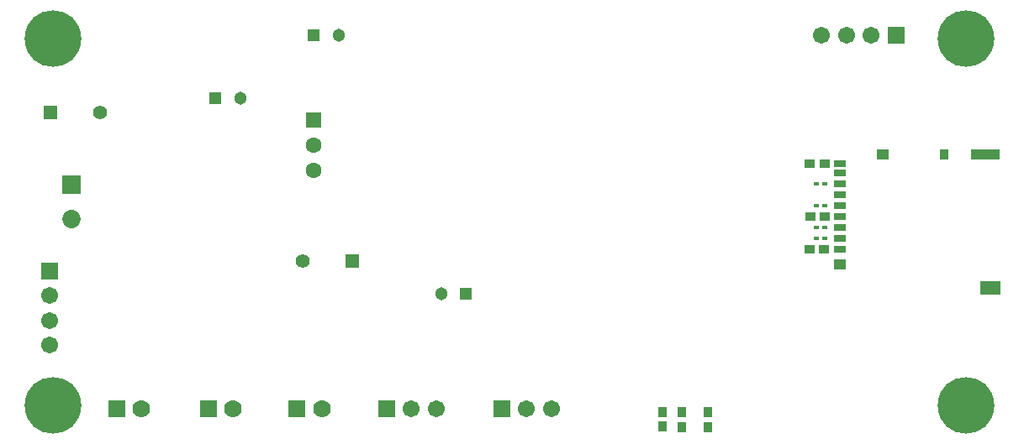
<source format=gbr>
%TF.GenerationSoftware,Altium Limited,Altium Designer,23.4.1 (23)*%
G04 Layer_Color=16711935*
%FSLAX45Y45*%
%MOMM*%
%TF.SameCoordinates,D6ADF24A-3376-43E2-8D1E-8FFFCD63A60F*%
%TF.FilePolarity,Negative*%
%TF.FileFunction,Soldermask,Bot*%
%TF.Part,Single*%
G01*
G75*
%TA.AperFunction,SMDPad,CuDef*%
%ADD69R,0.50160X0.40160*%
%ADD70R,2.90160X1.10160*%
%ADD71R,2.00160X1.40160*%
%ADD72R,1.30160X1.10160*%
%ADD73R,1.30160X0.80160*%
%ADD74R,0.90160X1.10160*%
%ADD75R,0.95320X1.00320*%
%ADD76R,1.00320X0.95320*%
%TA.AperFunction,ComponentPad*%
%ADD77C,1.71120*%
%ADD78R,1.71120X1.71120*%
%ADD79R,1.40320X1.40320*%
%ADD80C,1.40320*%
%ADD81C,1.30320*%
%ADD82R,1.30320X1.30320*%
%ADD83R,1.85320X1.85320*%
%ADD84C,1.85320*%
%ADD85C,1.60320*%
%ADD86R,1.60320X1.60320*%
%ADD87R,1.77820X1.77820*%
%ADD88C,1.77820*%
%ADD89R,1.71120X1.71120*%
%TA.AperFunction,ViaPad*%
%ADD90C,5.70320*%
D69*
X8171000Y2635000D02*
D03*
X8087000D02*
D03*
X8171000Y2084000D02*
D03*
X8087000D02*
D03*
X8171000Y2193000D02*
D03*
X8087000D02*
D03*
X8172000Y2414000D02*
D03*
X8088000D02*
D03*
D70*
X9796000Y2933000D02*
D03*
D71*
X9840999Y1582998D02*
D03*
D72*
X8760998Y2933050D02*
D03*
X8330999Y1818048D02*
D03*
D73*
Y2838049D02*
D03*
Y2523048D02*
D03*
Y2303049D02*
D03*
Y2083049D02*
D03*
Y2743050D02*
D03*
Y2413049D02*
D03*
Y1973049D02*
D03*
Y2193049D02*
D03*
Y2633051D02*
D03*
D74*
X9381000Y2933050D02*
D03*
D75*
X6732000Y179000D02*
D03*
Y329000D02*
D03*
X6543000Y333000D02*
D03*
Y183000D02*
D03*
X6994000Y327000D02*
D03*
Y177000D02*
D03*
D76*
X8021000Y2839000D02*
D03*
X8171000D02*
D03*
X8028000Y2304000D02*
D03*
X8178000D02*
D03*
X8170000Y1976000D02*
D03*
X8020000D02*
D03*
D77*
X370000Y1003000D02*
D03*
Y1253000D02*
D03*
Y1503000D02*
D03*
X4010000Y361000D02*
D03*
X4260000D02*
D03*
X5420000Y364000D02*
D03*
X5170000D02*
D03*
X8644000Y4132000D02*
D03*
X8394000D02*
D03*
X8144000D02*
D03*
D78*
X370000Y1753000D02*
D03*
D79*
X3417000Y1857000D02*
D03*
X377000Y3356000D02*
D03*
D80*
X2917000Y1857000D02*
D03*
X877000Y3356000D02*
D03*
D81*
X3278000Y4130000D02*
D03*
X4310000Y1523000D02*
D03*
X2289000Y3497000D02*
D03*
D82*
X3028000Y4130000D02*
D03*
X4560000Y1523000D02*
D03*
X2039000Y3497000D02*
D03*
D83*
X588000Y2624000D02*
D03*
D84*
Y2274000D02*
D03*
D85*
X3024000Y2766000D02*
D03*
Y3020000D02*
D03*
D86*
Y3274000D02*
D03*
D87*
X1967999Y361000D02*
D03*
X1045000Y362000D02*
D03*
X2862000Y361000D02*
D03*
D88*
X2218000D02*
D03*
X3112000D02*
D03*
X1295000Y362000D02*
D03*
D89*
X3760000Y361000D02*
D03*
X4920000Y364000D02*
D03*
X8894000Y4132000D02*
D03*
D90*
X400000Y400000D02*
D03*
Y4100000D02*
D03*
X9600000D02*
D03*
Y400000D02*
D03*
%TF.MD5,7c84db6a0c917c972f425c32d146cc80*%
M02*

</source>
